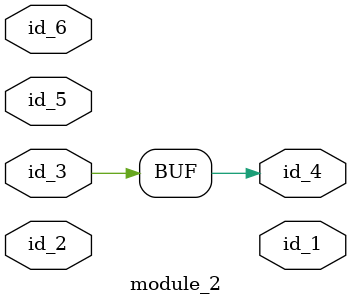
<source format=v>
module module_0;
  wire id_1 = id_1;
  assign module_2.id_4 = 0;
endmodule
module module_1 (
    id_1,
    id_2
);
  inout wire id_2;
  output wire id_1;
  wire id_3;
  wire id_4;
  assign id_3 = id_2;
  wire id_5, id_6;
  module_0 modCall_1 ();
endmodule
module module_2 (
    id_1,
    id_2,
    id_3,
    id_4,
    id_5,
    id_6
);
  inout wire id_6;
  inout wire id_5;
  output wire id_4;
  inout wire id_3;
  input wire id_2;
  output wire id_1;
  assign id_4 = id_3;
  module_0 modCall_1 ();
endmodule

</source>
